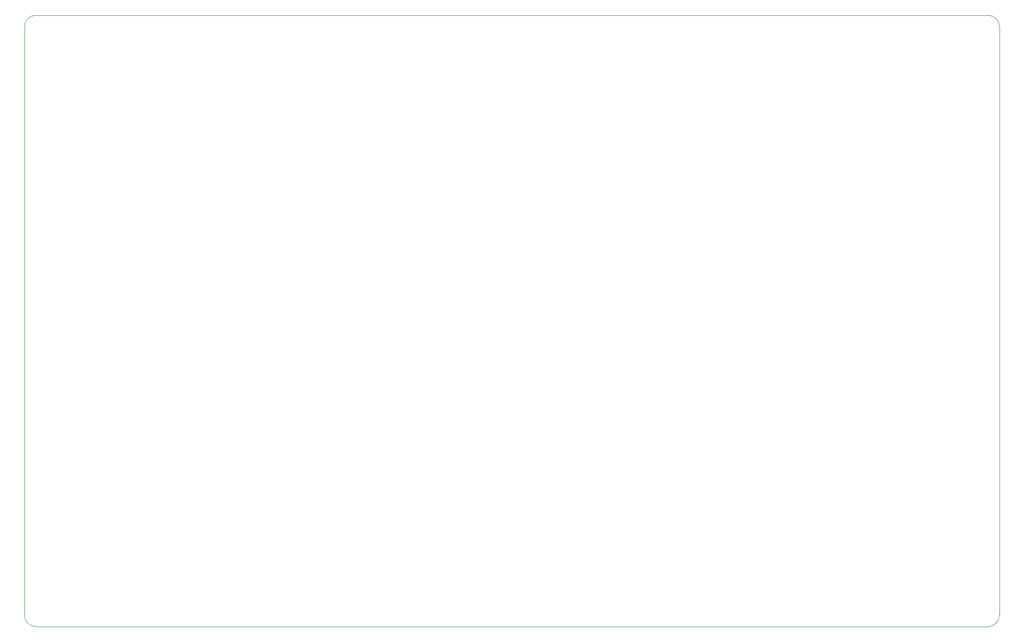
<source format=gbr>
%TF.GenerationSoftware,KiCad,Pcbnew,9.0.1*%
%TF.CreationDate,2025-05-21T13:32:22+02:00*%
%TF.ProjectId,mb88-testboard,6d623838-2d74-4657-9374-626f6172642e,1*%
%TF.SameCoordinates,Original*%
%TF.FileFunction,Profile,NP*%
%FSLAX46Y46*%
G04 Gerber Fmt 4.6, Leading zero omitted, Abs format (unit mm)*
G04 Created by KiCad (PCBNEW 9.0.1) date 2025-05-21 13:32:22*
%MOMM*%
%LPD*%
G01*
G04 APERTURE LIST*
%TA.AperFunction,Profile*%
%ADD10C,0.050000*%
%TD*%
G04 APERTURE END LIST*
D10*
X80645000Y-130715000D02*
X80645000Y-26765000D01*
X82645000Y-24765000D02*
X250730000Y-24765000D01*
X250730000Y-132715000D02*
X82645000Y-132715000D01*
X250730000Y-24765000D02*
G75*
G02*
X252730000Y-26765000I0J-2000000D01*
G01*
X252730000Y-26765000D02*
X252730000Y-130715000D01*
X80645000Y-26765000D02*
G75*
G02*
X82645000Y-24765000I2000000J0D01*
G01*
X252730000Y-130715000D02*
G75*
G02*
X250730000Y-132715000I-2000000J0D01*
G01*
X82645000Y-132715000D02*
G75*
G02*
X80645000Y-130715000I0J2000000D01*
G01*
M02*

</source>
